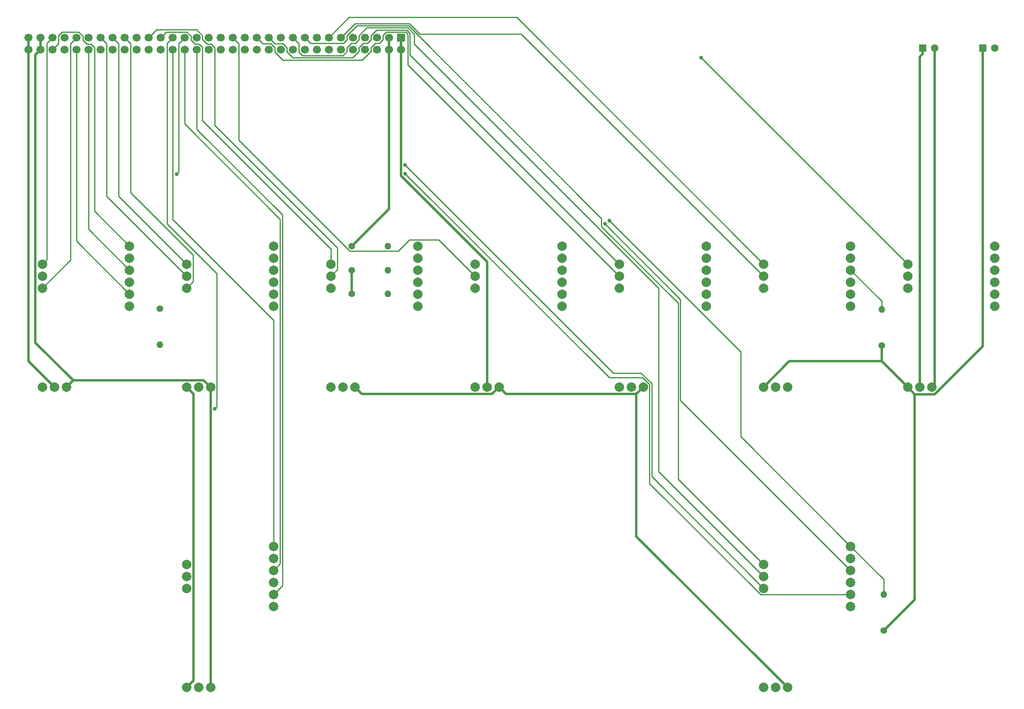
<source format=gbr>
G04 #@! TF.GenerationSoftware,KiCad,Pcbnew,(5.0.0)*
G04 #@! TF.CreationDate,2019-08-30T17:46:26+01:00*
G04 #@! TF.ProjectId,A-FB,412D46422E6B696361645F7063620000,rev?*
G04 #@! TF.SameCoordinates,Original*
G04 #@! TF.FileFunction,Copper,L2,Bot,Signal*
G04 #@! TF.FilePolarity,Positive*
%FSLAX46Y46*%
G04 Gerber Fmt 4.6, Leading zero omitted, Abs format (unit mm)*
G04 Created by KiCad (PCBNEW (5.0.0)) date 08/30/19 17:46:26*
%MOMM*%
%LPD*%
G01*
G04 APERTURE LIST*
G04 #@! TA.AperFunction,ComponentPad*
%ADD10C,2.000000*%
G04 #@! TD*
G04 #@! TA.AperFunction,ComponentPad*
%ADD11C,1.400000*%
G04 #@! TD*
G04 #@! TA.AperFunction,ComponentPad*
%ADD12O,1.400000X1.400000*%
G04 #@! TD*
G04 #@! TA.AperFunction,ComponentPad*
%ADD13C,1.600000*%
G04 #@! TD*
G04 #@! TA.AperFunction,ComponentPad*
%ADD14R,1.600000X1.600000*%
G04 #@! TD*
G04 #@! TA.AperFunction,ComponentPad*
%ADD15C,1.700000*%
G04 #@! TD*
G04 #@! TA.AperFunction,ComponentPad*
%ADD16R,1.700000X1.700000*%
G04 #@! TD*
G04 #@! TA.AperFunction,ViaPad*
%ADD17C,0.800000*%
G04 #@! TD*
G04 #@! TA.AperFunction,Conductor*
%ADD18C,0.500000*%
G04 #@! TD*
G04 #@! TA.AperFunction,Conductor*
%ADD19C,0.250000*%
G04 #@! TD*
G04 APERTURE END LIST*
D10*
G04 #@! TO.P,U8,13*
G04 #@! TO.N,3*
X225425000Y-78740000D03*
G04 #@! TO.P,U8,12*
G04 #@! TO.N,4*
X225425000Y-81280000D03*
G04 #@! TO.P,U8,11*
G04 #@! TO.N,5*
X225425000Y-83820000D03*
G04 #@! TO.P,U8,6*
G04 #@! TO.N,C*
X243840000Y-74930000D03*
G04 #@! TO.P,U8,5*
G04 #@! TO.N,N/C*
X243840000Y-77470000D03*
G04 #@! TO.P,U8,4*
G04 #@! TO.N,D*
X243840000Y-80010000D03*
G04 #@! TO.P,U8,3*
G04 #@! TO.N,N/C*
X243840000Y-82550000D03*
G04 #@! TO.P,U8,2*
G04 #@! TO.N,E*
X243840000Y-85090000D03*
G04 #@! TO.P,U8,1*
G04 #@! TO.N,N/C*
X243840000Y-87630000D03*
G04 #@! TO.P,U8,23*
G04 #@! TO.N,Neg6v*
X230505000Y-104775000D03*
G04 #@! TO.P,U8,22*
G04 #@! TO.N,GND*
X227965000Y-104775000D03*
G04 #@! TO.P,U8,21*
G04 #@! TO.N,6v*
X225425000Y-104775000D03*
G04 #@! TD*
G04 #@! TO.P,U12,13*
G04 #@! TO.N,21*
X103505000Y-78740000D03*
G04 #@! TO.P,U12,12*
G04 #@! TO.N,22*
X103505000Y-81280000D03*
G04 #@! TO.P,U12,11*
G04 #@! TO.N,23*
X103505000Y-83820000D03*
G04 #@! TO.P,U12,6*
G04 #@! TO.N,Y*
X121920000Y-74930000D03*
G04 #@! TO.P,U12,5*
G04 #@! TO.N,N/C*
X121920000Y-77470000D03*
G04 #@! TO.P,U12,4*
G04 #@! TO.N,Z*
X121920000Y-80010000D03*
G04 #@! TO.P,U12,3*
G04 #@! TO.N,N/C*
X121920000Y-82550000D03*
G04 #@! TO.P,U12,2*
G04 #@! TO.N,AA*
X121920000Y-85090000D03*
G04 #@! TO.P,U12,1*
G04 #@! TO.N,N/C*
X121920000Y-87630000D03*
G04 #@! TO.P,U12,23*
G04 #@! TO.N,Neg6v*
X108585000Y-104775000D03*
G04 #@! TO.P,U12,22*
G04 #@! TO.N,GND*
X106045000Y-104775000D03*
G04 #@! TO.P,U12,21*
G04 #@! TO.N,6v*
X103505000Y-104775000D03*
G04 #@! TD*
G04 #@! TO.P,U11,13*
G04 #@! TO.N,16*
X133985000Y-78740000D03*
G04 #@! TO.P,U11,12*
G04 #@! TO.N,15*
X133985000Y-81280000D03*
G04 #@! TO.P,U11,11*
G04 #@! TO.N,17*
X133985000Y-83820000D03*
G04 #@! TO.P,U11,6*
G04 #@! TO.N,T*
X152400000Y-74930000D03*
G04 #@! TO.P,U11,5*
G04 #@! TO.N,N/C*
X152400000Y-77470000D03*
G04 #@! TO.P,U11,4*
G04 #@! TO.N,S*
X152400000Y-80010000D03*
G04 #@! TO.P,U11,3*
G04 #@! TO.N,N/C*
X152400000Y-82550000D03*
G04 #@! TO.P,U11,2*
G04 #@! TO.N,U*
X152400000Y-85090000D03*
G04 #@! TO.P,U11,1*
G04 #@! TO.N,N/C*
X152400000Y-87630000D03*
G04 #@! TO.P,U11,23*
G04 #@! TO.N,Neg6v*
X139065000Y-104775000D03*
G04 #@! TO.P,U11,22*
G04 #@! TO.N,GND*
X136525000Y-104775000D03*
G04 #@! TO.P,U11,21*
G04 #@! TO.N,6v*
X133985000Y-104775000D03*
G04 #@! TD*
G04 #@! TO.P,U14,13*
G04 #@! TO.N,30*
X42545000Y-78740000D03*
G04 #@! TO.P,U14,12*
G04 #@! TO.N,27*
X42545000Y-81280000D03*
G04 #@! TO.P,U14,11*
G04 #@! TO.N,28*
X42545000Y-83820000D03*
G04 #@! TO.P,U14,6*
G04 #@! TO.N,AJ*
X60960000Y-74930000D03*
G04 #@! TO.P,U14,5*
G04 #@! TO.N,N/C*
X60960000Y-77470000D03*
G04 #@! TO.P,U14,4*
G04 #@! TO.N,AE*
X60960000Y-80010000D03*
G04 #@! TO.P,U14,3*
G04 #@! TO.N,N/C*
X60960000Y-82550000D03*
G04 #@! TO.P,U14,2*
G04 #@! TO.N,AF*
X60960000Y-85090000D03*
G04 #@! TO.P,U14,1*
G04 #@! TO.N,N/C*
X60960000Y-87630000D03*
G04 #@! TO.P,U14,23*
G04 #@! TO.N,Neg6v*
X47625000Y-104775000D03*
G04 #@! TO.P,U14,22*
G04 #@! TO.N,GND*
X45085000Y-104775000D03*
G04 #@! TO.P,U14,21*
G04 #@! TO.N,6v*
X42545000Y-104775000D03*
G04 #@! TD*
G04 #@! TO.P,U13,13*
G04 #@! TO.N,25*
X73025000Y-78740000D03*
G04 #@! TO.P,U13,12*
G04 #@! TO.N,26*
X73025000Y-81280000D03*
G04 #@! TO.P,U13,11*
G04 #@! TO.N,24*
X73025000Y-83820000D03*
G04 #@! TO.P,U13,6*
G04 #@! TO.N,AC*
X91440000Y-74930000D03*
G04 #@! TO.P,U13,5*
G04 #@! TO.N,N/C*
X91440000Y-77470000D03*
G04 #@! TO.P,U13,4*
G04 #@! TO.N,AD*
X91440000Y-80010000D03*
G04 #@! TO.P,U13,3*
G04 #@! TO.N,N/C*
X91440000Y-82550000D03*
G04 #@! TO.P,U13,2*
G04 #@! TO.N,AB*
X91440000Y-85090000D03*
G04 #@! TO.P,U13,1*
G04 #@! TO.N,N/C*
X91440000Y-87630000D03*
G04 #@! TO.P,U13,23*
G04 #@! TO.N,Neg6v*
X78105000Y-104775000D03*
G04 #@! TO.P,U13,22*
G04 #@! TO.N,GND*
X75565000Y-104775000D03*
G04 #@! TO.P,U13,21*
G04 #@! TO.N,6v*
X73025000Y-104775000D03*
G04 #@! TD*
D11*
G04 #@! TO.P,R3,1*
G04 #@! TO.N,6v*
X107975000Y-85064600D03*
D12*
G04 #@! TO.P,R3,2*
G04 #@! TO.N,AA*
X115595000Y-85064600D03*
G04 #@! TD*
D11*
G04 #@! TO.P,R4,1*
G04 #@! TO.N,6v*
X107975000Y-80010000D03*
D12*
G04 #@! TO.P,R4,2*
G04 #@! TO.N,Z*
X115595000Y-80010000D03*
G04 #@! TD*
D11*
G04 #@! TO.P,R5,1*
G04 #@! TO.N,6v*
X107975000Y-74930000D03*
D12*
G04 #@! TO.P,R5,2*
G04 #@! TO.N,Y*
X115595000Y-74930000D03*
G04 #@! TD*
D11*
G04 #@! TO.P,R6,1*
G04 #@! TO.N,6v*
X67411600Y-88163400D03*
D12*
G04 #@! TO.P,R6,2*
G04 #@! TO.N,AJ*
X67411600Y-95783400D03*
G04 #@! TD*
D10*
G04 #@! TO.P,U2,13*
G04 #@! TO.N,9*
X194945000Y-142240000D03*
G04 #@! TO.P,U2,12*
G04 #@! TO.N,10*
X194945000Y-144780000D03*
G04 #@! TO.P,U2,11*
G04 #@! TO.N,11*
X194945000Y-147320000D03*
G04 #@! TO.P,U2,6*
G04 #@! TO.N,K*
X213360000Y-138430000D03*
G04 #@! TO.P,U2,5*
G04 #@! TO.N,N/C*
X213360000Y-140970000D03*
G04 #@! TO.P,U2,4*
G04 #@! TO.N,L*
X213360000Y-143510000D03*
G04 #@! TO.P,U2,3*
G04 #@! TO.N,N/C*
X213360000Y-146050000D03*
G04 #@! TO.P,U2,2*
G04 #@! TO.N,M*
X213360000Y-148590000D03*
G04 #@! TO.P,U2,1*
G04 #@! TO.N,N/C*
X213360000Y-151130000D03*
G04 #@! TO.P,U2,23*
G04 #@! TO.N,Neg6v*
X200025000Y-168275000D03*
G04 #@! TO.P,U2,22*
G04 #@! TO.N,GND*
X197485000Y-168275000D03*
G04 #@! TO.P,U2,21*
G04 #@! TO.N,6v*
X194945000Y-168275000D03*
G04 #@! TD*
G04 #@! TO.P,U6,13*
G04 #@! TO.N,20*
X73025000Y-142240000D03*
G04 #@! TO.P,U6,12*
G04 #@! TO.N,19*
X73025000Y-144780000D03*
G04 #@! TO.P,U6,11*
G04 #@! TO.N,18*
X73025000Y-147320000D03*
G04 #@! TO.P,U6,6*
G04 #@! TO.N,X*
X91440000Y-138430000D03*
G04 #@! TO.P,U6,5*
G04 #@! TO.N,N/C*
X91440000Y-140970000D03*
G04 #@! TO.P,U6,4*
G04 #@! TO.N,W*
X91440000Y-143510000D03*
G04 #@! TO.P,U6,3*
G04 #@! TO.N,N/C*
X91440000Y-146050000D03*
G04 #@! TO.P,U6,2*
G04 #@! TO.N,V*
X91440000Y-148590000D03*
G04 #@! TO.P,U6,1*
G04 #@! TO.N,N/C*
X91440000Y-151130000D03*
G04 #@! TO.P,U6,23*
G04 #@! TO.N,Neg6v*
X78105000Y-168275000D03*
G04 #@! TO.P,U6,22*
G04 #@! TO.N,GND*
X75565000Y-168275000D03*
G04 #@! TO.P,U6,21*
G04 #@! TO.N,6v*
X73025000Y-168275000D03*
G04 #@! TD*
G04 #@! TO.P,U9,13*
G04 #@! TO.N,7*
X194945000Y-78740000D03*
G04 #@! TO.P,U9,12*
G04 #@! TO.N,6*
X194945000Y-81280000D03*
G04 #@! TO.P,U9,11*
G04 #@! TO.N,8*
X194945000Y-83820000D03*
G04 #@! TO.P,U9,6*
G04 #@! TO.N,H*
X213360000Y-74930000D03*
G04 #@! TO.P,U9,5*
G04 #@! TO.N,N/C*
X213360000Y-77470000D03*
G04 #@! TO.P,U9,4*
G04 #@! TO.N,F*
X213360000Y-80010000D03*
G04 #@! TO.P,U9,3*
G04 #@! TO.N,N/C*
X213360000Y-82550000D03*
G04 #@! TO.P,U9,2*
G04 #@! TO.N,J*
X213360000Y-85090000D03*
G04 #@! TO.P,U9,1*
G04 #@! TO.N,N/C*
X213360000Y-87630000D03*
G04 #@! TO.P,U9,23*
G04 #@! TO.N,Neg6v*
X200025000Y-104775000D03*
G04 #@! TO.P,U9,22*
G04 #@! TO.N,GND*
X197485000Y-104775000D03*
G04 #@! TO.P,U9,21*
G04 #@! TO.N,6v*
X194945000Y-104775000D03*
G04 #@! TD*
G04 #@! TO.P,U10,13*
G04 #@! TO.N,12*
X164465000Y-78740000D03*
G04 #@! TO.P,U10,12*
G04 #@! TO.N,13*
X164465000Y-81280000D03*
G04 #@! TO.P,U10,11*
G04 #@! TO.N,14*
X164465000Y-83820000D03*
G04 #@! TO.P,U10,6*
G04 #@! TO.N,N*
X182880000Y-74930000D03*
G04 #@! TO.P,U10,5*
G04 #@! TO.N,N/C*
X182880000Y-77470000D03*
G04 #@! TO.P,U10,4*
G04 #@! TO.N,P*
X182880000Y-80010000D03*
G04 #@! TO.P,U10,3*
G04 #@! TO.N,N/C*
X182880000Y-82550000D03*
G04 #@! TO.P,U10,2*
G04 #@! TO.N,R*
X182880000Y-85090000D03*
G04 #@! TO.P,U10,1*
G04 #@! TO.N,N/C*
X182880000Y-87630000D03*
G04 #@! TO.P,U10,23*
G04 #@! TO.N,Neg6v*
X169545000Y-104775000D03*
G04 #@! TO.P,U10,22*
G04 #@! TO.N,GND*
X167005000Y-104775000D03*
G04 #@! TO.P,U10,21*
G04 #@! TO.N,6v*
X164465000Y-104775000D03*
G04 #@! TD*
D13*
G04 #@! TO.P,C1,2*
G04 #@! TO.N,GND*
X243800000Y-33020000D03*
D14*
G04 #@! TO.P,C1,1*
G04 #@! TO.N,6v*
X241300000Y-33020000D03*
G04 #@! TD*
D13*
G04 #@! TO.P,C2,2*
G04 #@! TO.N,Neg6v*
X231100000Y-33020000D03*
D14*
G04 #@! TO.P,C2,1*
G04 #@! TO.N,GND*
X228600000Y-33020000D03*
G04 #@! TD*
D15*
G04 #@! TO.P,J1,AL*
G04 #@! TO.N,GND*
X39605000Y-33401000D03*
G04 #@! TO.P,J1,32*
X39605000Y-30861000D03*
G04 #@! TO.P,J1,AK*
G04 #@! TO.N,Neg6v*
X42145000Y-33401000D03*
G04 #@! TO.P,J1,31*
X42145000Y-30861000D03*
G04 #@! TO.P,J1,AJ*
G04 #@! TO.N,AJ*
X44685000Y-33401000D03*
G04 #@! TO.P,J1,30*
G04 #@! TO.N,30*
X44685000Y-30861000D03*
G04 #@! TO.P,J1,AH*
G04 #@! TO.N,N/C*
X47225000Y-33401000D03*
G04 #@! TO.P,J1,29*
X47225000Y-30861000D03*
G04 #@! TO.P,J1,AF*
G04 #@! TO.N,AF*
X49765000Y-33401000D03*
G04 #@! TO.P,J1,28*
G04 #@! TO.N,28*
X49765000Y-30861000D03*
G04 #@! TO.P,J1,AE*
G04 #@! TO.N,AE*
X52305000Y-33401000D03*
G04 #@! TO.P,J1,27*
G04 #@! TO.N,27*
X52305000Y-30861000D03*
G04 #@! TO.P,J1,AD*
G04 #@! TO.N,AD*
X54845000Y-33401000D03*
G04 #@! TO.P,J1,26*
G04 #@! TO.N,26*
X54845000Y-30861000D03*
G04 #@! TO.P,J1,AC*
G04 #@! TO.N,AC*
X57385000Y-33401000D03*
G04 #@! TO.P,J1,25*
G04 #@! TO.N,25*
X57385000Y-30861000D03*
G04 #@! TO.P,J1,AB*
G04 #@! TO.N,AB*
X59925000Y-33401000D03*
G04 #@! TO.P,J1,24*
G04 #@! TO.N,24*
X59925000Y-30861000D03*
G04 #@! TO.P,J1,AA*
G04 #@! TO.N,AA*
X62465000Y-33401000D03*
G04 #@! TO.P,J1,23*
G04 #@! TO.N,23*
X62465000Y-30861000D03*
G04 #@! TO.P,J1,Z*
G04 #@! TO.N,Z*
X65005000Y-33401000D03*
G04 #@! TO.P,J1,22*
G04 #@! TO.N,22*
X65005000Y-30861000D03*
G04 #@! TO.P,J1,Y*
G04 #@! TO.N,Y*
X67545000Y-33401000D03*
G04 #@! TO.P,J1,21*
G04 #@! TO.N,21*
X67545000Y-30861000D03*
G04 #@! TO.P,J1,X*
G04 #@! TO.N,X*
X70085000Y-33401000D03*
G04 #@! TO.P,J1,20*
G04 #@! TO.N,20*
X70085000Y-30861000D03*
G04 #@! TO.P,J1,W*
G04 #@! TO.N,W*
X72625000Y-33401000D03*
G04 #@! TO.P,J1,19*
G04 #@! TO.N,19*
X72625000Y-30861000D03*
G04 #@! TO.P,J1,V*
G04 #@! TO.N,V*
X75165000Y-33401000D03*
G04 #@! TO.P,J1,18*
G04 #@! TO.N,18*
X75165000Y-30861000D03*
G04 #@! TO.P,J1,U*
G04 #@! TO.N,U*
X77705000Y-33401000D03*
G04 #@! TO.P,J1,17*
G04 #@! TO.N,17*
X77705000Y-30861000D03*
G04 #@! TO.P,J1,T*
G04 #@! TO.N,T*
X80245000Y-33401000D03*
G04 #@! TO.P,J1,16*
G04 #@! TO.N,16*
X80245000Y-30861000D03*
G04 #@! TO.P,J1,S*
G04 #@! TO.N,S*
X82785000Y-33401000D03*
G04 #@! TO.P,J1,15*
G04 #@! TO.N,15*
X82785000Y-30861000D03*
G04 #@! TO.P,J1,R*
G04 #@! TO.N,R*
X85325000Y-33401000D03*
G04 #@! TO.P,J1,14*
G04 #@! TO.N,14*
X85325000Y-30861000D03*
G04 #@! TO.P,J1,P*
G04 #@! TO.N,P*
X87865000Y-33401000D03*
G04 #@! TO.P,J1,13*
G04 #@! TO.N,13*
X87865000Y-30861000D03*
G04 #@! TO.P,J1,N*
G04 #@! TO.N,N*
X90405000Y-33401000D03*
G04 #@! TO.P,J1,12*
G04 #@! TO.N,12*
X90405000Y-30861000D03*
G04 #@! TO.P,J1,M*
G04 #@! TO.N,M*
X92945000Y-33401000D03*
G04 #@! TO.P,J1,11*
G04 #@! TO.N,11*
X92945000Y-30861000D03*
G04 #@! TO.P,J1,L*
G04 #@! TO.N,L*
X95485000Y-33401000D03*
G04 #@! TO.P,J1,10*
G04 #@! TO.N,10*
X95485000Y-30861000D03*
G04 #@! TO.P,J1,K*
G04 #@! TO.N,K*
X98025000Y-33401000D03*
G04 #@! TO.P,J1,9*
G04 #@! TO.N,9*
X98025000Y-30861000D03*
G04 #@! TO.P,J1,J*
G04 #@! TO.N,J*
X100565000Y-33401000D03*
G04 #@! TO.P,J1,8*
G04 #@! TO.N,8*
X100565000Y-30861000D03*
G04 #@! TO.P,J1,H*
G04 #@! TO.N,H*
X103105000Y-33401000D03*
G04 #@! TO.P,J1,7*
G04 #@! TO.N,7*
X103105000Y-30861000D03*
G04 #@! TO.P,J1,F*
G04 #@! TO.N,F*
X105645000Y-33401000D03*
G04 #@! TO.P,J1,6*
G04 #@! TO.N,6*
X105645000Y-30861000D03*
G04 #@! TO.P,J1,E*
G04 #@! TO.N,E*
X108185000Y-33401000D03*
G04 #@! TO.P,J1,5*
G04 #@! TO.N,5*
X108185000Y-30861000D03*
G04 #@! TO.P,J1,D*
G04 #@! TO.N,D*
X110725000Y-33401000D03*
G04 #@! TO.P,J1,4*
G04 #@! TO.N,4*
X110725000Y-30861000D03*
G04 #@! TO.P,J1,C*
G04 #@! TO.N,C*
X113265000Y-33401000D03*
G04 #@! TO.P,J1,3*
G04 #@! TO.N,3*
X113265000Y-30861000D03*
G04 #@! TO.P,J1,B*
G04 #@! TO.N,6v*
X115805000Y-33401000D03*
G04 #@! TO.P,J1,2*
X115805000Y-30861000D03*
G04 #@! TO.P,J1,A*
G04 #@! TO.N,GND*
X118345000Y-33401000D03*
D16*
G04 #@! TO.P,J1,1*
X118345000Y-30861000D03*
G04 #@! TD*
D11*
G04 #@! TO.P,R1,1*
G04 #@! TO.N,6v*
X219939000Y-95986600D03*
D12*
G04 #@! TO.P,R1,2*
G04 #@! TO.N,F*
X219939000Y-88366600D03*
G04 #@! TD*
G04 #@! TO.P,R2,2*
G04 #@! TO.N,K*
X220370000Y-148666000D03*
D11*
G04 #@! TO.P,R2,1*
G04 #@! TO.N,6v*
X220370000Y-156286000D03*
G04 #@! TD*
D17*
G04 #@! TO.N,20*
X78985500Y-109305700D03*
G04 #@! TO.N,19*
X70952100Y-59721100D03*
G04 #@! TO.N,M*
X119235900Y-59664100D03*
G04 #@! TO.N,11*
X119235900Y-57755900D03*
G04 #@! TO.N,L*
X161443400Y-70262200D03*
G04 #@! TO.N,K*
X162374200Y-69560300D03*
G04 #@! TO.N,3*
X181782500Y-35097500D03*
G04 #@! TD*
D18*
G04 #@! TO.N,6v*
X73025000Y-104775000D02*
X74482300Y-106232300D01*
X74482300Y-106232300D02*
X74482300Y-166817700D01*
X74482300Y-166817700D02*
X73025000Y-168275000D01*
X107975000Y-74930000D02*
X115805000Y-67100000D01*
X115805000Y-67100000D02*
X115805000Y-33401000D01*
X219939000Y-99289000D02*
X225425000Y-104775000D01*
X219939000Y-95986600D02*
X219939000Y-99289000D01*
X219939000Y-99289000D02*
X200431000Y-99289000D01*
X200431000Y-99289000D02*
X194945000Y-104775000D01*
X226931800Y-106281800D02*
X225425000Y-104775000D01*
X241300000Y-33020000D02*
X241300000Y-96097700D01*
X241300000Y-96097700D02*
X231115900Y-106281800D01*
X231115900Y-106281800D02*
X226931800Y-106281800D01*
X220370000Y-156286000D02*
X226931800Y-149724200D01*
X226931800Y-149724200D02*
X226931800Y-106281800D01*
X107975000Y-80010000D02*
X107975000Y-85064600D01*
X115805000Y-30861000D02*
X115805000Y-33401000D01*
G04 #@! TO.N,Neg6v*
X108585000Y-104775000D02*
X110035400Y-106225400D01*
X110035400Y-106225400D02*
X137614600Y-106225400D01*
X137614600Y-106225400D02*
X139065000Y-104775000D01*
X168073500Y-106246500D02*
X140536500Y-106246500D01*
X140536500Y-106246500D02*
X139065000Y-104775000D01*
X169545000Y-104775000D02*
X168073500Y-106246500D01*
X200025000Y-168275000D02*
X168073500Y-136323500D01*
X168073500Y-136323500D02*
X168073500Y-106246500D01*
X49075800Y-103324200D02*
X47625000Y-104775000D01*
X78105000Y-104775000D02*
X76654200Y-103324200D01*
X76654200Y-103324200D02*
X49075800Y-103324200D01*
X42145000Y-33401000D02*
X41087100Y-34458900D01*
X41087100Y-34458900D02*
X41087100Y-95335500D01*
X41087100Y-95335500D02*
X49075800Y-103324200D01*
X42145000Y-30861000D02*
X42145000Y-33401000D01*
X78105000Y-168275000D02*
X78105000Y-104775000D01*
X231100000Y-33020000D02*
X231100000Y-104180000D01*
X231100000Y-104180000D02*
X230505000Y-104775000D01*
G04 #@! TO.N,GND*
X118345000Y-33401000D02*
X118345000Y-60082400D01*
X118345000Y-60082400D02*
X136525000Y-78262400D01*
X136525000Y-78262400D02*
X136525000Y-104775000D01*
X118345000Y-30861000D02*
X118345000Y-33401000D01*
X228600000Y-33020000D02*
X228600000Y-34270300D01*
X227965000Y-104775000D02*
X227965000Y-34905300D01*
X227965000Y-34905300D02*
X228600000Y-34270300D01*
X39605000Y-33401000D02*
X39605000Y-99295000D01*
X39605000Y-99295000D02*
X45085000Y-104775000D01*
X39605000Y-30861000D02*
X39605000Y-33401000D01*
D19*
G04 #@! TO.N,AJ*
X44685000Y-33401000D02*
X45955000Y-32131000D01*
X45955000Y-32131000D02*
X45955000Y-30466800D01*
X45955000Y-30466800D02*
X46762700Y-29659100D01*
X46762700Y-29659100D02*
X50225600Y-29659100D01*
X50225600Y-29659100D02*
X51129600Y-30563100D01*
X51129600Y-30563100D02*
X51129600Y-31386600D01*
X51129600Y-31386600D02*
X51968600Y-32225600D01*
X51968600Y-32225600D02*
X52830600Y-32225600D01*
X52830600Y-32225600D02*
X53575000Y-32970000D01*
X53575000Y-32970000D02*
X53575000Y-67545000D01*
X53575000Y-67545000D02*
X60960000Y-74930000D01*
G04 #@! TO.N,30*
X44685000Y-30861000D02*
X43491700Y-32054300D01*
X43491700Y-32054300D02*
X43491700Y-77793300D01*
X43491700Y-77793300D02*
X42545000Y-78740000D01*
G04 #@! TO.N,AF*
X49765000Y-33401000D02*
X49765000Y-73895000D01*
X49765000Y-73895000D02*
X60960000Y-85090000D01*
G04 #@! TO.N,28*
X42545000Y-83820000D02*
X48495100Y-77869900D01*
X48495100Y-77869900D02*
X48495100Y-32130900D01*
X48495100Y-32130900D02*
X49765000Y-30861000D01*
G04 #@! TO.N,AE*
X52305000Y-33401000D02*
X52305000Y-71355000D01*
X52305000Y-71355000D02*
X60960000Y-80010000D01*
G04 #@! TO.N,26*
X54845000Y-30861000D02*
X56115000Y-32131000D01*
X56115000Y-32131000D02*
X56115000Y-64370000D01*
X56115000Y-64370000D02*
X73025000Y-81280000D01*
G04 #@! TO.N,25*
X57385000Y-30861000D02*
X58655000Y-32131000D01*
X58655000Y-32131000D02*
X58655000Y-64370000D01*
X58655000Y-64370000D02*
X73025000Y-78740000D01*
G04 #@! TO.N,24*
X59925000Y-30861000D02*
X61195000Y-32131000D01*
X61195000Y-32131000D02*
X61195000Y-63613800D01*
X61195000Y-63613800D02*
X74387000Y-76805800D01*
X74387000Y-76805800D02*
X74387000Y-82458000D01*
X74387000Y-82458000D02*
X73025000Y-83820000D01*
G04 #@! TO.N,22*
X65005000Y-30861000D02*
X66664700Y-29201300D01*
X66664700Y-29201300D02*
X75169800Y-29201300D01*
X75169800Y-29201300D02*
X76368900Y-30400400D01*
X76368900Y-30400400D02*
X76368900Y-31189100D01*
X76368900Y-31189100D02*
X77405400Y-32225600D01*
X77405400Y-32225600D02*
X78230600Y-32225600D01*
X78230600Y-32225600D02*
X78975000Y-32970000D01*
X78975000Y-32970000D02*
X78975000Y-49439900D01*
X78975000Y-49439900D02*
X104878700Y-75343600D01*
X104878700Y-75343600D02*
X104878700Y-79906300D01*
X104878700Y-79906300D02*
X103505000Y-81280000D01*
G04 #@! TO.N,21*
X67545000Y-30861000D02*
X68746300Y-29659700D01*
X68746300Y-29659700D02*
X73086200Y-29659700D01*
X73086200Y-29659700D02*
X73989600Y-30563100D01*
X73989600Y-30563100D02*
X73989600Y-31386600D01*
X73989600Y-31386600D02*
X74828600Y-32225600D01*
X74828600Y-32225600D02*
X75690600Y-32225600D01*
X75690600Y-32225600D02*
X76369100Y-32904100D01*
X76369100Y-32904100D02*
X76369100Y-48410100D01*
X76369100Y-48410100D02*
X103505000Y-75546000D01*
X103505000Y-75546000D02*
X103505000Y-78740000D01*
G04 #@! TO.N,X*
X91440000Y-138430000D02*
X91440000Y-90658600D01*
X91440000Y-90658600D02*
X70085000Y-69303600D01*
X70085000Y-69303600D02*
X70085000Y-33401000D01*
G04 #@! TO.N,20*
X70085000Y-30861000D02*
X68880300Y-32065700D01*
X68880300Y-32065700D02*
X68880300Y-70192100D01*
X68880300Y-70192100D02*
X79430400Y-80742200D01*
X79430400Y-80742200D02*
X79430400Y-108860800D01*
X79430400Y-108860800D02*
X78985500Y-109305700D01*
G04 #@! TO.N,W*
X91440000Y-143510000D02*
X92811400Y-142138600D01*
X92811400Y-142138600D02*
X92811400Y-69261500D01*
X92811400Y-69261500D02*
X72625000Y-49075100D01*
X72625000Y-49075100D02*
X72625000Y-33401000D01*
G04 #@! TO.N,19*
X72625000Y-30861000D02*
X71355000Y-32131000D01*
X71355000Y-32131000D02*
X71355000Y-59318200D01*
X71355000Y-59318200D02*
X70952100Y-59721100D01*
G04 #@! TO.N,V*
X91440000Y-148590000D02*
X93261800Y-146768200D01*
X93261800Y-146768200D02*
X93261800Y-68305700D01*
X93261800Y-68305700D02*
X75165000Y-50208900D01*
X75165000Y-50208900D02*
X75165000Y-33401000D01*
G04 #@! TO.N,15*
X82785000Y-30861000D02*
X84055000Y-32131000D01*
X84055000Y-32131000D02*
X84055000Y-52508600D01*
X84055000Y-52508600D02*
X107539100Y-75992700D01*
X107539100Y-75992700D02*
X117721900Y-75992700D01*
X117721900Y-75992700D02*
X120138500Y-73576100D01*
X120138500Y-73576100D02*
X126281100Y-73576100D01*
X126281100Y-73576100D02*
X133985000Y-81280000D01*
G04 #@! TO.N,13*
X87865000Y-30861000D02*
X89135000Y-32131000D01*
X89135000Y-32131000D02*
X90814400Y-32131000D01*
X90814400Y-32131000D02*
X91675000Y-32991600D01*
X91675000Y-32991600D02*
X91675000Y-33883000D01*
X91675000Y-33883000D02*
X93414100Y-35622100D01*
X93414100Y-35622100D02*
X110166300Y-35622100D01*
X110166300Y-35622100D02*
X112012900Y-33775500D01*
X112012900Y-33775500D02*
X112012900Y-32961200D01*
X112012900Y-32961200D02*
X112937700Y-32036400D01*
X112937700Y-32036400D02*
X113790600Y-32036400D01*
X113790600Y-32036400D02*
X114535100Y-31291900D01*
X114535100Y-31291900D02*
X114535100Y-30388300D01*
X114535100Y-30388300D02*
X115237800Y-29685600D01*
X115237800Y-29685600D02*
X119388500Y-29685600D01*
X119388500Y-29685600D02*
X119807600Y-30104700D01*
X119807600Y-30104700D02*
X119807600Y-36622600D01*
X119807600Y-36622600D02*
X164465000Y-81280000D01*
G04 #@! TO.N,12*
X164465000Y-78740000D02*
X120257900Y-34532900D01*
X120257900Y-34532900D02*
X120257900Y-29918100D01*
X120257900Y-29918100D02*
X119575100Y-29235300D01*
X119575100Y-29235300D02*
X113174800Y-29235300D01*
X113174800Y-29235300D02*
X111995100Y-30415000D01*
X111995100Y-30415000D02*
X111995100Y-31291900D01*
X111995100Y-31291900D02*
X111250600Y-32036400D01*
X111250600Y-32036400D02*
X110397700Y-32036400D01*
X110397700Y-32036400D02*
X109472900Y-32961200D01*
X109472900Y-32961200D02*
X109472900Y-33775500D01*
X109472900Y-33775500D02*
X108117300Y-35131100D01*
X108117300Y-35131100D02*
X95519900Y-35131100D01*
X95519900Y-35131100D02*
X94215000Y-33826200D01*
X94215000Y-33826200D02*
X94215000Y-32991600D01*
X94215000Y-32991600D02*
X93354400Y-32131000D01*
X93354400Y-32131000D02*
X91675000Y-32131000D01*
X91675000Y-32131000D02*
X90405000Y-30861000D01*
G04 #@! TO.N,M*
X119235900Y-59664100D02*
X162349000Y-102777200D01*
X162349000Y-102777200D02*
X169428300Y-102777200D01*
X169428300Y-102777200D02*
X170870400Y-104219300D01*
X170870400Y-104219300D02*
X170870400Y-125139300D01*
X170870400Y-125139300D02*
X194397000Y-148665900D01*
X194397000Y-148665900D02*
X213284100Y-148665900D01*
X213284100Y-148665900D02*
X213360000Y-148590000D01*
G04 #@! TO.N,11*
X119235900Y-57755900D02*
X163259400Y-101779400D01*
X163259400Y-101779400D02*
X169087000Y-101779400D01*
X169087000Y-101779400D02*
X171320800Y-104013200D01*
X171320800Y-104013200D02*
X171320800Y-123695800D01*
X171320800Y-123695800D02*
X194945000Y-147320000D01*
G04 #@! TO.N,L*
X161443400Y-70262200D02*
X177377900Y-86196700D01*
X177377900Y-86196700D02*
X177377900Y-107527900D01*
X177377900Y-107527900D02*
X213360000Y-143510000D01*
G04 #@! TO.N,10*
X194945000Y-144780000D02*
X172781200Y-122616200D01*
X172781200Y-122616200D02*
X172781200Y-83828700D01*
X172781200Y-83828700D02*
X121158600Y-32206100D01*
X121158600Y-32206100D02*
X121158600Y-30181900D01*
X121158600Y-30181900D02*
X119761700Y-28785000D01*
X119761700Y-28785000D02*
X111073500Y-28785000D01*
X111073500Y-28785000D02*
X109455100Y-30403400D01*
X109455100Y-30403400D02*
X109455100Y-31291900D01*
X109455100Y-31291900D02*
X108710600Y-32036400D01*
X108710600Y-32036400D02*
X107857700Y-32036400D01*
X107857700Y-32036400D02*
X106932900Y-32961200D01*
X106932900Y-32961200D02*
X106932900Y-33775600D01*
X106932900Y-33775600D02*
X106080500Y-34628000D01*
X106080500Y-34628000D02*
X97507300Y-34628000D01*
X97507300Y-34628000D02*
X96755000Y-33875700D01*
X96755000Y-33875700D02*
X96755000Y-32131000D01*
X96755000Y-32131000D02*
X95485000Y-30861000D01*
G04 #@! TO.N,K*
X162374200Y-69560300D02*
X190155100Y-97341200D01*
X190155100Y-97341200D02*
X190155100Y-115225100D01*
X190155100Y-115225100D02*
X213360000Y-138430000D01*
X220370000Y-148666000D02*
X220370000Y-145440000D01*
X220370000Y-145440000D02*
X213360000Y-138430000D01*
G04 #@! TO.N,9*
X98025000Y-30861000D02*
X99200400Y-32036400D01*
X99200400Y-32036400D02*
X106170600Y-32036400D01*
X106170600Y-32036400D02*
X106915000Y-31292000D01*
X106915000Y-31292000D02*
X106915000Y-30466700D01*
X106915000Y-30466700D02*
X109047000Y-28334700D01*
X109047000Y-28334700D02*
X119948300Y-28334700D01*
X119948300Y-28334700D02*
X160718100Y-69104500D01*
X160718100Y-69104500D02*
X160718100Y-70810700D01*
X160718100Y-70810700D02*
X176927500Y-87020100D01*
X176927500Y-87020100D02*
X176927500Y-124222600D01*
X176927500Y-124222600D02*
X176927600Y-124222600D01*
X176927600Y-124222600D02*
X194945000Y-142240000D01*
G04 #@! TO.N,7*
X103105000Y-30861000D02*
X107384400Y-26581600D01*
X107384400Y-26581600D02*
X142786600Y-26581600D01*
X142786600Y-26581600D02*
X194945000Y-78740000D01*
G04 #@! TO.N,F*
X219939000Y-88366600D02*
X219939000Y-86589000D01*
X219939000Y-86589000D02*
X213360000Y-80010000D01*
G04 #@! TO.N,6*
X194945000Y-81280000D02*
X143783200Y-30118200D01*
X143783200Y-30118200D02*
X122368700Y-30118200D01*
X122368700Y-30118200D02*
X120134900Y-27884400D01*
X120134900Y-27884400D02*
X108621600Y-27884400D01*
X108621600Y-27884400D02*
X105645000Y-30861000D01*
G04 #@! TO.N,3*
X225425000Y-78740000D02*
X181782500Y-35097500D01*
G04 #@! TD*
M02*

</source>
